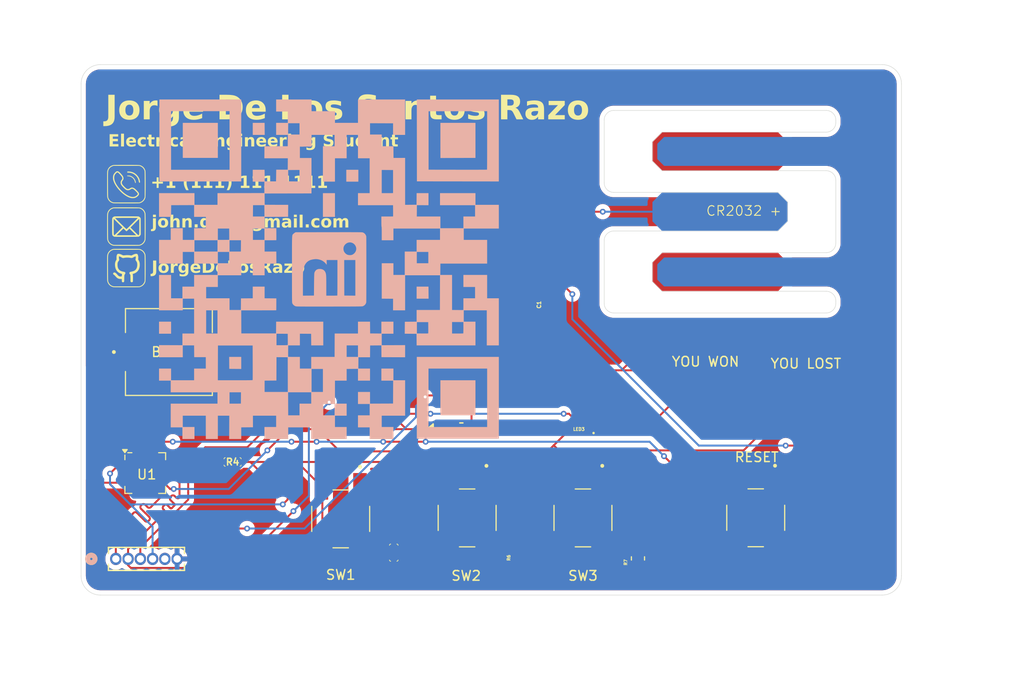
<source format=kicad_pcb>
(kicad_pcb (version 20241229) (generator "pcbnew") (generator_version "9.0")
  (layers (0 "F.Cu" signal) (2 "B.Cu" signal) (13 "F.Paste" user) (15 "B.Paste" user) (5 "F.SilkS" user "F.Silkscreen") (7 "B.SilkS" user "B.Silkscreen") (1 "F.Mask" user) (3 "B.Mask" user) (25 "Edge.Cuts" user))
  (net 0 "")
  (net 1 "+3V0")
  (net 2 "GND")
  (net 3 "/PB4")
  (net 4 "/PB3")
  (net 5 "/PB2")
  (net 6 "/PB0")
  (net 7 "/PB1")
  (net 8 "Net-(LED1-K)")
  (net 9 "Net-(LED1-A)")
  (net 10 "Net-(LED2-A)")
  (net 11 "Net-(R5-Pad2)")
  (net 12 "Net-(R6-Pad2)")
  (net 13 "Net-(R7-Pad2)")
  (net 14 "Net-(R8-Pad2)")
  (net 15 "/RESET")
  (footprint "BUSINESS_CARD:YELLOW_LED_.LTST-C190KSKT" (layer "F.Cu") (at 116.4 87.8 180)
    (property "Reference" "LED3" (at -0.176 0 0) (layer "F.SilkS") (effects (font (size 0.320426 0.320426))))
    (property "Value" "YELLOW_LED")
    (pad "1" smd rect (at -0.75 0 180) (size 0.8 0.8) (layers "F.Cu" "F.Mask" "F.Paste") (net 9 "Net-(LED1-A)"))
    (pad "2" smd rect (at 0.75 0 180) (size 0.8 0.8) (layers "F.Cu" "F.Mask" "F.Paste") (net 8 "Net-(LED1-K)"))
  )
  (footprint "BUSINESS_CARD:piezo_buzzer" (layer "F.Cu") (at 74.1 79.8)
    (property "Reference" "BZ1" (at -0.3511 0 0) (layer "F.SilkS"))
    (property "Value" "Buzzer")
    (pad "1" smd rect (at -4.35 0) (size 1.3 3.4) (layers "F.Cu" "F.Mask" "F.Paste") (net 3 "/PB4"))
    (pad "2" smd rect (at 4.35 0) (size 1.3 3.4) (layers "F.Cu" "F.Mask" "F.Paste") (net 2 "GND"))
  )
  (footprint "LOGO" (layer "F.Cu") (at 69.7 66.8)
    (property "Reference" "G***" (hide yes))
    (property "Value" "LOGO" (hide yes))
  )
  (footprint "BUSINESS_CARD:SW_B3SN-3012P" (layer "F.Cu") (at 91.9 97.1 -90)
    (property "Reference" "SW1" (at 5.8 0 180) (layer "F.SilkS"))
    (property "Value" "B3SN-3012P")
    (pad "1" smd rect (at -3.375 -2 270) (size 2.75 1.4) (layers "F.Cu" "F.Mask" "F.Paste") (net 11 "Net-(R5-Pad2)"))
    (pad "2" smd rect (at 3.375 -2 270) (size 2.75 1.4) (layers "F.Cu" "F.Mask" "F.Paste") (net 11 "Net-(R5-Pad2)"))
    (pad "3" smd rect (at -3.375 2 270) (size 2.75 1.4) (layers "F.Cu" "F.Mask" "F.Paste") (net 4 "/PB3"))
    (pad "4" smd rect (at 3.375 2 270) (size 2.75 1.4) (layers "F.Cu" "F.Mask" "F.Paste") (net 4 "/PB3"))
  )
  (footprint "BUSINESS_CARD:R_0222" (layer "F.Cu") (at 122.7 101.2 90)
    (property "Reference" "R7" (at -0.41 -1.27 90) (layer "F.SilkS") (effects (font (size 0.315431 0.315431) (thickness 0.078858))))
    (property "Value" "2.2k")
    (pad "1" smd rect (at -0.955 0 90) (size 0.92 1.38) (layers "F.Cu" "F.Mask" "F.Paste") (net 2 "GND"))
    (pad "2" smd rect (at 0.955 0 90) (size 0.92 1.38) (layers "F.Cu" "F.Mask" "F.Paste") (net 13 "Net-(R7-Pad2)"))
  )
  (footprint "LOGO" (layer "F.Cu") (at 69.7 62.4)
    (property "Reference" "G***" (hide yes))
    (property "Value" "LOGO" (hide yes))
  )
  (footprint "BUSINESS_CARD:C_104" (layer "F.Cu") (at 84.7 93.8 -90)
    (property "Reference" "C2" (hide yes))
    (property "Value" "0.1uF")
    (pad "1" smd roundrect (at -0.432 0 270) (size 0.54 0.6) (layers "F.Cu" "F.Mask" "F.Paste") (roundrect_rratio 0.125) (net 4 "/PB3"))
    (pad "2" smd roundrect (at 0.432 0 270) (size 0.54 0.6) (layers "F.Cu" "F.Mask" "F.Paste") (roundrect_rratio 0.125) (net 2 "GND"))
  )
  (footprint "BUSINESS_CARD:R_0103" (layer "F.Cu") (at 80.7 91.2 90)
    (property "Reference" "R4" (at 0 0 180) (layer "F.SilkS") (effects (font (size 0.70134 0.70134))))
    (property "Value" "10k")
    (pad "1" smd roundrect (at 0 -0.4445 90) (size 0.635 0.635) (layers "F.Cu" "F.Mask" "F.Paste") (net 1 "+3V0"))
    (pad "2" smd roundrect (at 0 0.4445 90) (size 0.635 0.635) (layers "F.Cu" "F.Mask" "F.Paste") (net 4 "/PB3"))
  )
  (footprint "BUSINESS_CARD:221_R_RESC1005X40N" (layer "F.Cu") (at 87.8 87.8)
    (property "Reference" "R1" (hide yes))
    (property "Value" "220Ω")
    (pad "1" smd roundrect (at -0.43 0) (size 0.54 0.6) (layers "F.Cu" "F.Mask" "F.Paste") (roundrect_rratio 0.125) (net 6 "/PB0"))
    (pad "2" smd roundrect (at 0.43 0) (size 0.54 0.6) (layers "F.Cu" "F.Mask" "F.Paste") (roundrect_rratio 0.125) (net 8 "Net-(LED1-K)"))
  )
  (footprint "Coin_Battery_Holder_CR2032:Coin_Battery_Holder_CR2032" (layer "F.Cu") (at 119.2 75.75)
    (property "Reference" "BT1" (hide yes))
    (property "Value" "Battery_Cell")
    (fp_line (start 0 -20) (end 0 -13.5) (stroke (width 0.05)) (layer "Edge.Cuts"))
    (fp_line (start 0 -7.5) (end 0 -1) (stroke (width 0.05)) (layer "Edge.Cuts"))
    (fp_line (start 1 -21) (end 23 -21) (stroke (width 0.05)) (layer "Edge.Cuts"))
    (fp_line (start 1 -12.5) (end 18 -12.5) (stroke (width 0.05)) (layer "Edge.Cuts"))
    (fp_line (start 1 -8.5) (end 18 -8.5) (stroke (width 0.05)) (layer "Edge.Cuts"))
    (fp_line (start 5 -17.75) (end 6 -18.75) (stroke (width 0.05)) (layer "Edge.Cuts"))
    (fp_line (start 5 -15.75) (end 5 -17.75) (stroke (width 0.05)) (layer "Edge.Cuts"))
    (fp_line (start 5 -15.75) (end 6 -14.75) (stroke (width 0.05)) (layer "Edge.Cuts"))
    (fp_line (start 5 -5.25) (end 6 -6.25) (stroke (width 0.05)) (layer "Edge.Cuts"))
    (fp_line (start 5 -3.25) (end 5 -5.25) (stroke (width 0.05)) (layer "Edge.Cuts"))
    (fp_line (start 5 -3.25) (end 6 -2.25) (stroke (width 0.05)) (layer "Edge.Cuts"))
    (fp_line (start 19 -11.5) (end 18 -12.5) (stroke (width 0.05)) (layer "Edge.Cuts"))
    (fp_line (start 19 -9.5) (end 18 -8.5) (stroke (width 0.05)) (layer "Edge.Cuts"))
    (fp_line (start 19 -9.5) (end 19 -11.5) (stroke (width 0.05)) (layer "Edge.Cuts"))
    (fp_line (start 23 -18.75) (end 6 -18.75) (stroke (width 0.05)) (layer "Edge.Cuts"))
    (fp_line (start 23 -14.75) (end 6 -14.75) (stroke (width 0.05)) (layer "Edge.Cuts"))
    (fp_line (start 23 -6.25) (end 6 -6.25) (stroke (width 0.05)) (layer "Edge.Cuts"))
    (fp_line (start 23 -2.25) (end 6 -2.25) (stroke (width 0.05)) (layer "Edge.Cuts"))
    (fp_line (start 23 0) (end 1 0) (stroke (width 0.05)) (layer "Edge.Cuts"))
    (fp_line (start 24 -20) (end 24 -19.75) (stroke (width 0.05)) (layer "Edge.Cuts"))
    (fp_line (start 24 -13.75) (end 24 -7.25) (stroke (width 0.05)) (layer "Edge.Cuts"))
    (fp_line (start 24 -1.25) (end 24 -1) (stroke (width 0.05)) (layer "Edge.Cuts"))
    (fp_arc (start 0 -20) (mid 0.292893 -20.707107) (end 1 -21) (stroke (width 0.05)) (layer "Edge.Cuts"))
    (fp_arc (start 0 -7.5) (mid 0.292893 -8.207107) (end 1 -8.5) (stroke (width 0.05)) (layer "Edge.Cuts"))
    (fp_arc (start 1 -12.5) (mid 0.292893 -12.792893) (end 0 -13.5) (stroke (width 0.05)) (layer "Edge.Cuts"))
    (fp_arc (start 1 0) (mid 0.292893 -0.292893) (end 0 -1) (stroke (width 0.05)) (layer "Edge.Cuts"))
    (fp_arc (start 23 -21) (mid 23.707107 -20.707107) (end 24 -20) (stroke (width 0.05)) (layer "Edge.Cuts"))
    (fp_arc (start 23 -14.75) (mid 23.707107 -14.457107) (end 24 -13.75) (stroke (width 0.05)) (layer "Edge.Cuts"))
    (fp_arc (start 23 -2.25) (mid 23.707107 -1.957107) (end 24 -1.25) (stroke (width 0.05)) (layer "Edge.Cuts"))
    (fp_arc (start 24 -19.75) (mid 23.707107 -19.042893) (end 23 -18.75) (stroke (width 0.05)) (layer "Edge.Cuts"))
    (fp_arc (start 24 -7.25) (mid 23.707107 -6.542893) (end 23 -6.25) (stroke (width 0.05)) (layer "Edge.Cuts"))
    (fp_arc (start 24 -1) (mid 23.707107 -0.292893) (end 23 0) (stroke (width 0.05)) (layer "Edge.Cuts"))
    (fp_text user "CR2032 +" (at 10.5 -10 0) (layer "F.SilkS") (effects (font (thickness 0.1)) (justify left bottom)))
    (pad "1" smd roundrect (at 12 -10.5) (size 14 4) (layers "B.Cu" "B.Mask" "B.Paste") (roundrect_rratio 0) (chamfer_ratio 0.25) (chamfer top_left top_right bottom_left bottom_right) (net 1 "+3V0"))
    (pad "2" smd roundrect (at 12 -16.75) (size 14 4) (layers "F.Cu" "F.Mask" "F.Paste") (roundrect_rratio 0) (chamfer_ratio 0.25) (chamfer top_left top_right bottom_left bottom_right) (net 2 "GND"))
    (pad "2" smd roundrect (at 12 -4.25) (size 14 4) (layers "F.Cu" "F.Mask" "F.Paste") (roundrect_rratio 0) (chamfer_ratio 0.25) (chamfer top_left top_right bottom_left bottom_right) (net 2 "GND"))
  )
  (footprint "BUSINESS_CARD:SW_B3SN-3012P" (layer "F.Cu") (at 105 97 -90)
    (property "Reference" "SW2" (at 6 0.1 180) (layer "F.SilkS"))
    (property "Value" "B3SN-3012P")
    (pad "1" smd rect (at -3.375 -2 270) (size 2.75 1.4) (layers "F.Cu" "F.Mask" "F.Paste") (net 12 "Net-(R6-Pad2)"))
    (pad "2" smd rect (at 3.375 -2 270) (size 2.75 1.4) (layers "F.Cu" "F.Mask" "F.Paste") (net 12 "Net-(R6-Pad2)"))
    (pad "3" smd rect (at -3.375 2 270) (size 2.75 1.4) (layers "F.Cu" "F.Mask" "F.Paste") (net 4 "/PB3"))
    (pad "4" smd rect (at 3.375 2 270) (size 2.75 1.4) (layers "F.Cu" "F.Mask" "F.Paste") (net 4 "/PB3"))
  )
  (footprint "BUSINESS_CARD:C_106" (layer "F.Cu") (at 111.5 74.9 -90)
    (property "Reference" "C1" (at 0 -0.95 90) (layer "F.SilkS") (effects (font (size 0.393701 0.393701))))
    (property "Value" "10uF")
    (pad "1" smd roundrect (at -0.439 0 270) (size 0.64 0.72) (layers "F.Cu" "F.Mask" "F.Paste") (roundrect_rratio 0.125) (net 1 "+3V0"))
    (pad "2" smd roundrect (at 0.439 0 270) (size 0.64 0.72) (layers "F.Cu" "F.Mask" "F.Paste") (roundrect_rratio 0.125) (net 2 "GND"))
  )
  (footprint "BUSINESS_CARD:221_R_RESC1005X40N" (layer "F.Cu") (at 103.3 84.3)
    (property "Reference" "R3" (hide yes))
    (property "Value" "220Ω")
    (pad "1" smd roundrect (at -0.43 0) (size 0.54 0.6) (layers "F.Cu" "F.Mask" "F.Paste") (roundrect_rratio 0.125) (net 5 "/PB2"))
    (pad "2" smd roundrect (at 0.43 0) (size 0.54 0.6) (layers "F.Cu" "F.Mask" "F.Paste") (roundrect_rratio 0.125) (net 10 "Net-(LED2-A)"))
  )
  (footprint "BUSINESS_CARD:221_R_RESC1005X40N" (layer "F.Cu") (at 67.2 90.1 180)
    (property "Reference" "R9" (hide yes))
    (property "Value" "220")
    (pad "1" smd roundrect (at -0.43 0 180) (size 0.54 0.6) (layers "F.Cu" "F.Mask" "F.Paste") (roundrect_rratio 0.125) (net 15 "/RESET"))
    (pad "2" smd roundrect (at 0.43 0 180) (size 0.54 0.6) (layers "F.Cu" "F.Mask" "F.Paste") (roundrect_rratio 0.125) (net 2 "GND"))
  )
  (footprint "BUSINESS_CARD:SW_B3SN-3012P" (layer "F.Cu") (at 134.9 96.9875 -90)
    (property "Reference" "RESET" (at -6.2875 -0.1 180) (layer "F.SilkS"))
    (property "Value" "B3SN-3012P")
    (pad "1" smd rect (at -3.375 -2 270) (size 2.75 1.4) (layers "F.Cu" "F.Mask" "F.Paste") (net 14 "Net-(R8-Pad2)"))
    (pad "2" smd rect (at 3.375 -2 270) (size 2.75 1.4) (layers "F.Cu" "F.Mask" "F.Paste") (net 14 "Net-(R8-Pad2)"))
    (pad "3" smd rect (at -3.375 2 270) (size 2.75 1.4) (layers "F.Cu" "F.Mask" "F.Paste") (net 15 "/RESET"))
    (pad "4" smd rect (at 3.375 2 270) (size 2.75 1.4) (layers "F.Cu" "F.Mask" "F.Paste") (net 15 "/RESET"))
  )
  (footprint "LOGO" (layer "F.Cu") (at 69.7 71.1)
    (property "Reference" "G***" (hide yes))
    (property "Value" "LOGO" (hide yes))
  )
  (footprint "BUSINESS_CARD:SMD_RED_LTST-S270KRKT" (layer "F.Cu") (at 129.7 82.5 180)
    (property "Reference" "YOU WON" (at 0 1.7 0) (layer "F.SilkS") (effects (font (size 1.001748 1.001748))))
    (property "Value" "WON_LED" (hide yes))
    (pad "1" smd rect (at -0.85 0 180) (size 1.1 1) (layers "F.Cu" "F.Mask" "F.Paste") (net 10 "Net-(LED2-A)"))
    (pad "2" smd rect (at 0.85 0 180) (size 1.1 1) (layers "F.Cu" "F.Mask" "F.Paste") (net 9 "Net-(LED1-A)"))
  )
  (footprint "BUSINESS_CARD:conn_01x06" (layer "F.Cu") (at 68.6 101.25)
    (property "Reference" "J2" (hide yes))
    (property "Value" "Conn_01x06")
    (pad "1" thru_hole oval (at 0 0) (size 1.1684 1.27) (drill 0.762) (layers "*.Cu" "*.Mask") (net 6 "/PB0"))
    (pad "2" thru_hole oval (at 1.27 0) (size 1.1684 1.27) (drill 0.762) (layers "*.Cu" "*.Mask") (net 7 "/PB1"))
    (pad "3" thru_hole oval (at 2.54 0) (size 1.1684 1.27) (drill 0.762) (layers "*.Cu" "*.Mask") (net 5 "/PB2"))
    (pad "4" thru_hole oval (at 3.81 0) (size 1.1684 1.27) (drill 0.762) (layers "*.Cu" "*.Mask") (net 4 "/PB3"))
    (pad "5" thru_hole oval (at 5.08 0) (size 1.1684 1.27) (drill 0.762) (layers "*.Cu" "*.Mask"))
    (pad "6" thru_hole oval (at 6.35 0) (size 1.1684 1.27) (drill 0.762) (layers "*.Cu" "*.Mask") (net 2 "GND"))
  )
  (footprint "BUSINESS_CARD:SW_B3SN-3012P" (layer "F.Cu") (at 117 97 -90)
    (property "Reference" "SW3" (at 6 0 180) (layer "F.SilkS"))
    (property "Value" "B3SN-3012P")
    (pad "1" smd rect (at -3.375 -2 270) (size 2.75 1.4) (layers "F.Cu" "F.Mask" "F.Paste") (net 13 "Net-(R7-Pad2)"))
    (pad "2" smd rect (at 3.375 -2 270) (size 2.75 1.4) (layers "F.Cu" "F.Mask" "F.Paste") (net 13 "Net-(R7-Pad2)"))
    (pad "3" smd rect (at -3.375 2 270) (size 2.75 1.4) (layers "F.Cu" "F.Mask" "F.Paste") (net 4 "/PB3"))
    (pad "4" smd rect (at 3.375 2 270) (size 2.75 1.4) (layers "F.Cu" "F.Mask" "F.Paste") (net 4 "/PB3"))
  )
  (footprint "BUSINESS_CARD:R_0472" (layer "F.Cu") (at 110.2 100.9 90)
    (property "Reference" "R6" (at -0.235355 -0.886324 90) (layer "F.SilkS") (effects (font (size 0.315431 0.315431))))
    (property "Value" "4.7k")
    (pad "1" smd rect (at -0.65 0 90) (size 0.7 0.9) (layers "F.Cu" "F.Mask" "F.Paste") (net 2 "GND"))
    (pad "2" smd rect (at 0.65 0 90) (size 0.7 0.9) (layers "F.Cu" "F.Mask" "F.Paste") (net 12 "Net-(R6-Pad2)"))
  )
  (footprint "BUSINESS_CARD:SMD_RED_LTST-S270KRKT" (layer "F.Cu") (at 140.3 82.5)
    (property "Reference" "YOU LOST" (at -0.2 -1.5 0) (layer "F.SilkS") (effects (font (size 1.001748 1.001748))))
    (property "Value" "LOST_LED" (hide yes))
    (pad "1" smd rect (at -0.85 0) (size 1.1 1) (layers "F.Cu" "F.Mask" "F.Paste") (net 10 "Net-(LED2-A)"))
    (pad "2" smd rect (at 0.85 0) (size 1.1 1) (layers "F.Cu" "F.Mask" "F.Paste") (net 8 "Net-(LED1-K)"))
  )
  (footprint "BUSINESS_CARD:221_R_RESC1005X40N" (layer "F.Cu") (at 96.47 84.3)
    (property "Reference" "R2" (hide yes))
    (property "Value" "220Ω")
    (pad "1" smd roundrect (at -0.43 0) (size 0.54 0.6) (layers "F.Cu" "F.Mask" "F.Paste") (roundrect_rratio 0.125) (net 7 "/PB1"))
    (pad "2" smd roundrect (at 0.43 0) (size 0.54 0.6) (layers "F.Cu" "F.Mask" "F.Paste") (roundrect_rratio 0.125) (net 9 "Net-(LED1-A)"))
  )
  (footprint "BUSINESS_CARD:SMD_RED_LTST-S270KRKT" (layer "F.Cu") (at 91.9 87.8)
    (property "Reference" "LED1" (hide yes))
    (property "Value" "RED_LED")
    (pad "1" smd rect (at -0.85 0) (size 1.1 1) (layers "F.Cu" "F.Mask" "F.Paste") (net 8 "Net-(LED1-K)"))
    (pad "2" smd rect (at 0.85 0) (size 1.1 1) (layers "F.Cu" "F.Mask" "F.Paste") (net 9 "Net-(LED1-A)"))
  )
  (footprint "BUSINESS_CARD:221_R_RESC1005X40N" (layer "F.Cu") (at 142.1 93.4 -90)
    (property "Reference" "R8" (hide yes))
    (property "Value" "220Ω")
    (pad "1" smd roundrect (at -0.43 0 270) (size 0.54 0.6) (layers "F.Cu" "F.Mask" "F.Paste") (roundrect_rratio 0.125) (net 1 "+3V0"))
    (pad "2" smd roundrect (at 0.43 0 270) (size 0.54 0.6) (layers "F.Cu" "F.Mask" "F.Paste") (roundrect_rratio 0.125) (net 14 "Net-(R8-Pad2)"))
  )
  (footprint "Package_DFN_QFN:QFN-20-1EP_4x4mm_P0.5mm_EP2.6x2.6mm" (layer "F.Cu") (at 71.65 92.35)
    (property "Reference" "U1" (at 0.15 0.15 0) (layer "F.SilkS"))
    (property "Value" "ATtiny85-20M")
    (pad "1" smd roundrect (at -1.925 -1) (size 0.85 0.25) (layers "F.Cu" "F.Mask" "F.Paste") (net 15 "/RESET"))
    (pad "2" smd roundrect (at -1.925 -0.5) (size 0.85 0.25) (layers "F.Cu" "F.Mask" "F.Paste") (net 4 "/PB3"))
    (pad "3" smd roundrect (at -1.925001 0) (size 0.85 0.25) (layers "F.Cu" "F.Mask" "F.Paste"))
    (pad "4" smd roundrect (at -1.925 0.5) (size 0.85 0.25) (layers "F.Cu" "F.Mask" "F.Paste"))
    (pad "5" smd roundrect (at -1.925 1) (size 0.85 0.25) (layers "F.Cu" "F.Mask" "F.Paste") (net 3 "/PB4"))
    (pad "6" smd roundrect (at -1 1.925) (size 0.25 0.85) (layers "F.Cu" "F.Mask" "F.Paste"))
    (pad "7" smd roundrect (at -0.5 1.925) (size 0.25 0.85) (layers "F.Cu" "F.Mask" "F.Paste"))
    (pad "8" smd roundrect (at 0 1.925001) (size 0.25 0.85) (layers "F.Cu" "F.Mask" "F.Paste") (net 2 "GND"))
    (pad "9" smd roundrect (at 0.5 1.925) (size 0.25 0.85) (layers "F.Cu" "F.Mask" "F.Paste"))
    (pad "10" smd roundrect (at 1 1.925) (size 0.25 0.85) (layers "F.Cu" "F.Mask" "F.Paste"))
    (pad "11" smd roundrect (at 1.925 1) (size 0.85 0.25) (layers "F.Cu" "F.Mask" "F.Paste") (net 6 "/PB0"))
    (pad "12" smd roundrect (at 1.925 0.5) (size 0.85 0.25) (layers "F.Cu" "F.Mask" "F.Paste") (net 7 "/PB1"))
    (pad "13" smd roundrect (at 1.925001 0) (size 0.85 0.25) (layers "F.Cu" "F.Mask" "F.Paste"))
    (pad "14" smd roundrect (at 1.925 -0.5) (size 0.85 0.25) (layers "F.Cu" "F.Mask" "F.Paste") (net 5 "/PB2"))
    (pad "15" smd roundrect (at 1.925 -1) (size 0.85 0.25) (layers "F.Cu" "F.Mask" "F.Paste") (net 1 "+3V0"))
    (pad "16" smd roundrect (at 1 -1.925) (size 0.25 0.85) (layers "F.Cu" "F.Mask" "F.Paste"))
    (pad "17" smd roundrect (at 0.5 -1.925) (size 0.25 0.85) (layers "F.Cu" "F.Mask" "F.Paste"))
    (pad "18" smd roundrect (at 0 -1.925001) (size 0.25 0.85) (layers "F.Cu" "F.Mask" "F.Paste"))
    (pad "19" smd roundrect (at -0.5 -1.925) (size 0.25 0.85) (layers "F.Cu" "F.Mask" "F.Paste"))
    (pad "20" smd roundrect (at -1 -1.925) (size 0.25 0.85) (layers "F.Cu" "F.Mask" "F.Paste"))
    (pad "21" smd rect (at 0 0) (size 2.6 2.6) (property pad_prop_heatsink) (layers "F.Cu" "F.Mask") (net 2 "GND"))
  )
  (footprint "BUSINESS_CARD:R_0103" (layer "F.Cu") (at 97.4 100.6 180)
    (property "Reference" "R5" (hide yes))
    (property "Value" "10k")
    (pad "1" smd roundrect (at 0 -0.4445 180) (size 0.635 0.635) (layers "F.Cu" "F.Mask" "F.Paste") (net 2 "GND"))
    (pad "2" smd roundrect (at 0 0.4445 180) (size 0.635 0.635) (layers "F.Cu" "F.Mask" "F.Paste") (net 11 "Net-(R5-Pad2)"))
  )
  (footprint "BUSINESS_CARD:SMD__GREEN_LTST-C170GKT_LTO" (layer "F.Cu") (at 104.4 87.9)
    (property "Reference" "LED2" (hide yes))
    (property "Value" "GREEN_LED")
    (pad "1" smd rect (at -1.0541 0) (size 1.1938 1.1938) (layers "F.Cu" "F.Mask" "F.Paste") (net 9 "Net-(LED1-A)"))
    (pad "2" smd rect (at 1.0541 0) (size 1.1938 1.1938) (layers "F.Cu" "F.Mask" "F.Paste") (net 10 "Net-(LED2-A)"))
    (zone (net 0) (net_name "") (layer "F.Cu") (connect_pads (clearance 0)) (min_thickness 0.254)
      (keepout (tracks not_allowed) (vias not_allowed) (pads allowed) (copperpour not_allowed) (footprints allowed))
      (fill (thermal_gap 0.508) (thermal_bridge_width 0.508))
      (polygon (pts (xy 103.9936 87.3285) (xy 104.8064 87.3285) (xy 104.8064 88.4715) (xy 103.9936 88.4715)))
    )
  )
  (footprint "LOGO" (layer "B.Cu") (at 90.7 71.2 180)
    (property "Reference" "G***" (hide yes))
    (property "Value" "LOGO" (hide yes))
  )
  (gr_line (start 148 105) (end 67 105) (stroke (width 0.05)) (layer "Edge.Cuts"))
  (gr_arc (start 65 52) (mid 65.585786 50.585786) (end 67 50) (stroke (width 0.05)) (layer "Edge.Cuts"))
  (gr_line (start 67 50) (end 148 50) (stroke (width 0.05)) (layer "Edge.Cuts"))
  (gr_arc (start 67 105) (mid 65.585786 104.414214) (end 65 103) (stroke (width 0.05)) (layer "Edge.Cuts"))
  (gr_arc (start 148 50) (mid 149.414214 50.585786) (end 150 52) (stroke (width 0.05)) (layer "Edge.Cuts"))
  (gr_arc (start 150 103) (mid 149.414214 104.414214) (end 148 105) (stroke (width 0.05)) (layer "Edge.Cuts"))
  (gr_line (start 65 103) (end 65 52) (stroke (width 0.05)) (layer "Edge.Cuts"))
  (gr_line (start 150 52) (end 150 103) (stroke (width 0.05)) (layer "Edge.Cuts"))
  (gr_text "Jorge De Los Santos Razo" (at 67.5 56.1 0) (layer "F.SilkS") (effects (font (size 2.5 2.5) (thickness 0.25) (bold yes)) (justify left bottom)))
  (gr_text "JorgeDeLosRazo" (at 72.3 71.8 0) (layer "F.SilkS") (effects (font (size 1.25 1.25) (thickness 0.25) (bold yes)) (justify left bottom)))
  (gr_text "john.doe@gmail.com" (at 72.3 67.1 0) (layer "F.SilkS") (effects (font (size 1.25 1.25) (thickness 0.25) (bold yes)) (justify left bottom)))
  (gr_text "Electrical Engineering Student\n" (at 67.8 58.7 0) (layer "F.SilkS") (effects (font (size 1.25 1.25) (thickness 0.25) (bold yes)) (justify left bottom)))
  (gr_text "+1 (111) 111-1111" (at 72.2 63 0) (layer "F.SilkS") (effects (font (size 1.25 1.25) (thickness 0.25) (bold yes)) (justify left bottom)))
  (segment (start 110.339 73.061) (end 112.15 71.25) (width 0.2) (layer "F.Cu") (net 1))
  (segment (start 109.6 75.2) (end 110.339 74.461) (width 0.2) (layer "F.Cu") (net 1))
  (segment (start 109.6 77.4) (end 109.6 75.2) (width 0.2) (layer "F.Cu") (net 1))
  (segment (start 110.339 74.461) (end 110.339 73.061) (width 0.2) (layer "F.Cu") (net 1))
  (segment (start 115.9 73.8) (end 113.35 71.25) (width 0.2) (layer "F.Cu") (net 1))
  (segment (start 112.15 71.25) (end 118.15 65.25) (width 0.2) (layer "F.Cu") (net 1))
  (segment (start 110.339 74.461) (end 111.5 74.461) (width 0.2) (layer "F.Cu") (net 1))
  (segment (start 79.4 91.2) (end 77.875 89.675) (width 0.2) (layer "F.Cu") (net 1))
  (segment (start 105.8 81.2) (end 109.6 77.4) (width 0.2) (layer "F.Cu") (net 1))
  (segment (start 90.7 81.2) (end 82.225 89.675) (width 0.2) (layer "F.Cu") (net 1))
  (segment (start 80.2555 91.2) (end 79.4 91.2) (width 0.2) (layer "F.Cu") (net 1))
  (segment (start 140.8 89.5) (end 142.1 90.8) (width 0.2) (layer "F.Cu") (net 1))
  (segment (start 82.225 89.675) (end 77.875 89.675) (width 0.2) (layer "F.Cu") (net 1))
  (segment (start 142.1 90.8) (end 142.1 92.97) (width 0.2) (layer "F.Cu") (net 1))
  (segment (start 113.35 71.25) (end 112.15 71.25) (width 0.2) (layer "F.Cu") (net 1))
  (segment (start 105.8 81.2) (end 90.7 81.2) (width 0.2) (layer "F.Cu") (net 1))
  (segment (start 73.575 91.35) (end 76.2 91.35) (width 0.2) (layer "F.Cu") (net 1))
  (segment (start 77.875 89.675) (end 76.2 91.35) (width 0.2) (layer "F.Cu") (net 1))
  (segment (start 138 89.5) (end 140.8 89.5) (width 0.2) (layer "F.Cu") (net 1))
  (segment (start 118.15 65.25) (end 119.05 65.25) (width 0.2) (layer "F.Cu") (net 1))
  (segment (start 80.1055 91.35) (end 80.2555 91.2) (width 0.2) (layer "F.Cu") (net 1))
  (via (at 115.9 73.8) (size 0.6) (drill 0.3) (layers "F.Cu" "B.Cu") (net 1))
  (via (at 119.05 65.25) (size 0.6) (drill 0.3) (layers "F.Cu" "B.Cu") (net 1))
  (via (at 138 89.5) (size 0.6) (drill 0.3) (layers "F.Cu" "B.Cu") (net 1))
  (segment (start 115.9 76.4) (end 115.9 73.8) (width 0.2) (layer "B.Cu") (net 1))
  (segment (start 129 89.5) (end 115.9 76.4) (width 0.2) (layer "B.Cu") (net 1))
  (segment (start 138 89.5) (end 129 89.5) (width 0.2) (layer "B.Cu") (net 1))
  (segment (start 131.2 65.25) (end 119.05 65.25) (width 0.2) (layer "B.Cu") (net 1))
  (segment (start 66.95 93.35) (end 69.725 93.35) (width 0.2) (layer "F.Cu") (net 3))
  (segment (start 69.75 79.8) (end 68.1 79.8) (width 0.2) (layer "F.Cu") (net 3))
  (segment (start 65.7 82.2) (end 65.7 92.1) (width 0.2) (layer "F.Cu") (net 3))
  (segment (start 68.1 79.8) (end 65.7 82.2) (width 0.2) (layer "F.Cu") (net 3))
  (segment (start 65.7 92.1) (end 66.95 93.35) (width 0.2) (layer "F.Cu") (net 3))
  (segment (start 85.4 91.2) (end 87.375 91.2) (width 0.2) (layer "F.Cu") (net 4))
  (segment (start 86.4 94.9) (end 86.4 95.1) (width 0.2) (layer "F.Cu") (net 4))
  (segment (start 68.55 91.85) (end 68 92.4) (width 0.2) (layer "F.Cu") (net 4))
  (segment (start 87.375 91.2) (end 100.575 91.2) (width 0.2) (layer "F.Cu") (net 4))
  (segment (start 81.1445 91.2) (end 82.532 91.2) (width 0.2) (layer "F.Cu") (net 4))
  (segment (start 87.375 91.2) (end 89.9 93.725) (width 0.2) (layer "F.Cu") (net 4))
  (segment (start 112.575 91.2) (end 115 93.625) (width 0.2) (layer "F.Cu") (net 4))
  (segment (start 103 93.625) (end 103 100.375) (width 0.2) (layer "F.Cu") (net 4))
  (segment (start 82.532 91.2) (end 84.7 93.368) (width 0.2) (layer "F.Cu") (net 4))
  (segment (start 86.4 92.2) (end 86.4 94.9) (width 0.2) (layer "F.Cu") (net 4))
  (segment (start 86.4 95.1) (end 85.9 95.6) (width 0.2) (layer "F.Cu") (net 4))
  (segment (start 89.743 93.368) (end 90 93.625) (width 0.2) (layer "F.Cu") (net 4))
  (segment (start 100.575 91.2) (end 112.575 91.2) (width 0.2) (layer "F.Cu") (net 4))
  (segment (start 115 93.625) (end 115 100.375) (width 0.2) (layer "F.Cu") (net 4))
  (segment (start 82.532 91.2) (end 85.4 91.2) (width 0.2) (layer "F.Cu") (net 4))
  (segment (start 100.575 91.2) (end 103 93.625) (width 0.2) (layer "F.Cu") (net 4))
  (segment (start 85.4 91.2) (end 86.4 92.2) (width 0.2) (layer "F.Cu") (net 4))
  (segment (start 90 93.625) (end 90 100.375) (width 0.2) (layer "F.Cu") (net 4))
  (segment (start 69.725 91.85) (end 68.55 91.85) (width 0.2) (layer "F.Cu") (net 4))
  (via (at 68 92.4) (size 0.6) (drill 0.3) (layers "F.Cu" "B.Cu") (net 4))
  (via (at 85.9 95.6) (size 0.6) (drill 0.3) (layers "F.Cu" "B.Cu") (net 4))
  (segment (start 72.41 97.91) (end 72.41 101.25) (width 0.2) (layer "B.Cu") (net 4))
  (segment (start 70.1 95.6) (end 68.55 94.05) (width 0.2) (layer "B.Cu") (net 4))
  (segment (start 68 93.5) (end 68 92.4) (width 0.2) (layer "B.Cu") (net 4))
  (segment (start 85.9 95.6) (end 70.1 95.6) (width 0.2) (layer "B.Cu") (net 4))
  (segment (start 68 93.5) (end 72.41 97.91) (width 0.2) (layer "B.Cu") (net 4))
  (segment (start 68.55 94.05) (end 68 93.5) (width 0.2) (layer "B.Cu") (net 4))
  (segment (start 75.285073 92.326982) (end 75.336322 92.275734) (width 0.2) (layer "F.Cu") (net 5))
  (segment (start 75.760588 92.7) (end 75.709338 92.751247) (width 0.2) (layer "F.Cu") (net 5))
  (segment (start 75.00421 96.19579) (end 71.14 100.06) (width 0.2) (layer "F.Cu") (net 5))
  (segment (start 75.336322 91.936322) (end 75.251471 91.851471) (width 0.2) (layer "F.Cu") (net 5))
  (segment (start 71.14 100.06) (end 71.14 101.25) (width 0.2) (layer "F.Cu") (net 5))
  (segment (start 82.2 98.1) (end 76.90842 98.1) (width 0.2) (layer "F.Cu") (net 5))
  (segment (start 76.1 92.720896) (end 76.1 92.7) (width 0.2) (layer "F.Cu") (net 5))
  (segment (start 102.87 84.3) (end 100.8 84.3) (width 0.2) (layer "F.Cu") (net 5))
  (segment (start 76.1 94.354118) (end 76.1 95.1) (width 0.2) (layer "F.Cu") (net 5))
  (segment (start 75.25 91.85) (end 74.725998 91.85) (width 0.2) (layer "F.Cu") (net 5))
  (segment (start 76.1 95.1) (end 75.00421 96.19579) (width 0.2) (layer "F.Cu") (net 5))
  (segment (start 74.725998 91.85) (end 73.575 91.85) (width 0.2) (layer "F.Cu") (net 5))
  (segment (start 76.1 93.370896) (end 76.1 92.720896) (width 0.2) (layer "F.Cu") (net 5))
  (segment (start 100.8 84.3) (end 100.65 84.45) (width 0.2) (layer "F.Cu") (net 5))
  (segment (start 76.90842 98.1) (end 75.00421 96.19579) (width 0.2) (layer "F.Cu") (net 5))
  (segment (start 100.65 84.45) (end 100.6 84.5) (width 0.2) (layer "F.Cu") (net 5))
  (segment (start 75.369926 92.751247) (end 75.285073 92.666394) (width 0.2) (layer "F.Cu") (net 5))
  (segment (start 76.1 94.354118) (end 76.1 93.370896) (width 0.2) (layer "F.Cu") (net 5))
  (segment (start 75.251471 91.851471) (end 75.25 91.85) (width 0.2) (layer "F.Cu") (net 5))
  (via (at 82.2 98.1) (size 0.6) (drill 0.3) (layers "F.Cu" "B.Cu") (net 5))
  (via (at 100.65 84.45) (size 0.6) (drill 0.3) (layers "F.Cu" "B.Cu") (net 5))
  (arc (start 75.285073 92.666394) (mid 75.214779 92.496689) (end 75.285073 92.326982) (width 0.2) (layer "F.Cu") (net 5))
  (arc (start 76.1 92.7) (mid 75.930293 92.629704) (end 75.760588 92.7) (width 0.2) (layer "F.Cu") (net 5))
  (arc (start 75.709338 92.751247) (mid 75.539633 92.821543) (end 75.369926 92.751247) (width 0.2) (layer "F.Cu") (net 5))
  (arc (start 75.336322 92.275734) (mid 75.406616 92.106027) (end 75.336322 91.936322) (width 0.2) (layer "F.Cu") (net 5))
  (segment (start 99.7 86.549943) (end 88.149943 98.1) (width 0.2) (layer "B.Cu") (net 5))
  (segment (start 99.7 85.4) (end 99.7 86.549943) (width 0.2) (layer "B.Cu") (net 5))
  (segment (start 88.149943 98.1) (end 82.2 98.1) (width 0.2) (layer "B.Cu") (net 5))
  (segment (start 100.65 84.45) (end 99.7 85.4) (width 0.2) (layer "B.Cu") (net 5))
  (segment (start 74.6 94) (end 74.225 94) (width 0.2) (layer "F.Cu") (net 6))
  (segment (start 71.209837 96.051374) (end 71.464128 96.305665) (width 0.2) (layer "F.Cu") (net 6))
  (segment (start 72.057849 97.238799) (end 71.972998 97.323651) (width 0.2) (layer "F.Cu") (net 6))
  (segment (start 71.633835 96.475372) (end 72.05785 96.899387) (width 0.2) (layer "F.Cu") (net 6))
  (segment (start 73.575 94.534207) (end 72.227805 95.881402) (width 0.2) (layer "F.Cu") (net 6))
  (segment (start 71.888393 95.881402) (end 71.634101 95.62711) (width 0.2) (layer "F.Cu") (net 6))
  (segment (start 71.209572 96.899637) (end 71.039865 96.72993) (width 0.2) (layer "F.Cu") (net 6))
  (segment (start 68.6 99.509207) (end 68.6 101.25) (width 0.2) (layer "F.Cu") (net 6))
  (segment (start 74.225 94) (end 73.575 93.35) (width 0.2) (layer "F.Cu") (net 6))
  (segment (start 71.29469 95.62711) (end 71.209837 95.711962) (width 0.2) (layer "F.Cu") (net 6))
  (segment (start 70.3613 96.899894) (end 70.615599 97.154193) (width 0.2) (layer "F.Cu") (net 6))
  (segment (start 87.37 87.8) (end 86.5 87.8) (width 0.2) (layer "F.Cu") (net 6))
  (segment (start 70.446154 96.47563) (end 70.3613 96.560483) (width 0.2) (layer "F.Cu") (net 6))
  (segment (start 86.5 87.8) (end 84.3 90) (width 0.2) (layer "F.Cu") (net 6))
  (segment (start 71.464128 96.305665) (end 71.633835 96.475372) (width 0.2) (layer "F.Cu") (net 6))
  (segment (start 70.615599 97.493604) (end 70.530747 97.578459) (width 0.2) (layer "F.Cu") (net 6))
  (segment (start 73.575 93.35) (end 73.575 94.534207) (width 0.2) (layer "F.Cu") (net 6))
  (segment (start 70.530747 97.578459) (end 69.371843 98.737364) (width 0.2) (layer "F.Cu") (net 6))
  (segment (start 71.039865 96.72993) (end 70.785565 96.47563) (width 0.2) (layer "F.Cu") (net 6))
  (segment (start 69.371843 98.737364) (end 68.6 99.509207) (width 0.2) (layer "F.Cu") (net 6))
  (segment (start 71.633586 97.323651) (end 71.209572 96.899637) (width 0.2) (layer "F.Cu") (net 6))
  (via (at 84.3 90) (size 0.6) (drill 0.3) (layers "F.Cu" "B.Cu") (net 6))
  (via (at 74.6 94) (size 0.6) (drill 0.3) (layers "F.Cu" "B.Cu") (net 6))
  (arc (start 70.785565 96.47563) (mid 70.61586 96.405335) (end 70.446154 96.47563) (width 0.2) (layer "F.Cu") (net 6))
  (arc (start 71.634101 95.62711) (mid 71.464396 95.556815) (end 71.29469 95.62711) (width 0.2) (layer "F.Cu") (net 6))
  (arc (start 72.227805 95.881402) (mid 72.058099 95.951697) (end 71.888393 95.881402) (width 0.2) (layer "F.Cu") (net 6))
  (arc (start 71.972998 97.323651) (mid 71.803291 97.393947) (end 71.633586 97.323651) (width 0.2) (layer "F.Cu") (net 6))
  (arc (start 72.05785 96.899387) (mid 72.128145 97.069092) (end 72.057849 97.238799) (width 0.2) (layer "F.Cu") (net 6))
  (arc (start 70.3613 96.560483) (mid 70.291006 96.730188) (end 70.3613 96.899894) (width 0.2) (layer "F.Cu") (net 6))
  (arc (start 70.615599 97.154193) (mid 70.685893 97.323899) (end 70.615599 97.493604) (width 0.2) (layer "F.Cu") (net 6))
  (arc (start 71.209837 95.711962) (mid 71.139542 95.881668) (end 71.209837 96.051374) (width 0.2) (layer "F.Cu") (net 6))
  (segment (start 80.3 94) (end 74.6 94) (width 0.2) (layer "B.Cu") (net 6))
  (segment (start 84.3 90) (end 80.3 94) (width 0.2) (layer "B.Cu") (net 6))
  (segment (start 74.60603 95.49397) (end 74.676741 95.564681) (width 0.2) (layer "F.Cu") (net 7))
  (segment (start 73.575 92.85) (end 74.5 92.85) (width 0.2) (layer "F.Cu") (net 7))
  (segment (start 91.4 84.3) (end 90.7 85) (width 0.2) (layer "F.Cu") (net 7))
  (segment (start 74.860588 94.9) (end 74.689436 94.728848) (width 0.2) (layer "F.Cu") (net 7))
  (segment (start 69.87 100.23) (end 69.87 101.25) (width 0.2) (layer "F.Cu") (net 7))
  (segment (start 73.50294 96.597059) (end 72.534326 97.565674) (width 0.2) (layer "F.Cu") (net 7))
  (segment (start 70.154 102.186) (end 69.87 101.902) (width 0.2) (layer "F.Cu") (net 7))
  (segment (start 74.5 92.85) (end 74.65 92.85) (width 0.2) (layer "F.Cu") (net 7))
  (segment (start 73.61476 95.690643) (end 73.529906 95.775496) (width 0.2) (layer "F.Cu") (net 7))
  (segment (start 69.87 101.902) (end 69.87 101.25) (width 0.2) (layer "F.Cu") (net 7))
  (segment (start 74.181764 95.918239) (end 74.181764 95.918236) (width 0.2) (layer "F.Cu") (net 7))
  (segment (start 87 96.3) (end 81.114 102.186) (width 0.2) (layer "F.Cu") (net 7))
  (segment (start 81.114 102.186) (end 70.154 102.186) (width 0.2) (layer "F.Cu") (net 7))
  (segment (start 74.436323 95.324263) (end 74.60603 95.49397) (width 0.2) (layer "F.Cu") (net 7))
  (segment (start 73.529906 96.114907) (end 73.587792 96.172793) (width 0.2) (layer "F.Cu") (net 7))
  (segment (start 73.587792 96.512204) (end 73.50294 96.597059) (width 0.2) (layer "F.Cu") (net 7))
  (segment (start 75.2 94.734295) (end 75.2 94.9) (width 0.2) (layer "F.Cu") (net 7))
  (segment (start 74.252474 95.988949) (end 74.181764 95.918239) (width 0.2) (layer "F.Cu") (net 7))
  (segment (start 96.04 84.3) (end 91.4 84.3) (width 0.2) (layer "F.Cu") (net 7))
  (segment (start 74.012058 95.74853) (end 73.954171 95.690643) (width 0.2) (layer "F.Cu") (net 7))
  (segment (start 74.265172 95.153112) (end 74.436323 95.324263) (width 0.2) (layer "F.Cu") (net 7))
  (segment (start 72.534326 97.565674) (end 69.87 100.23) (width 0.2) (layer "F.Cu") (net 7))
  (segment (start 74.181764 95.918236) (end 74.012058 95.74853) (width 0.2) (layer "F.Cu") (net 7))
  (segment (start 74.350025 94.728848) (end 74.265172 94.8137) (width 0.2) (layer "F.Cu") (net 7))
  (segment (start 75.2 93.4) (end 75.2 94.734295) (width 0.2) (layer "F.Cu") (net 7))
  (segment (start 74.65 92.85) (end 75.2 93.4) (width 0.2) (layer "F.Cu") (net 7))
  (segment (start 74.676741 95.706103) (end 74.393896 95.988949) (width 0.2) (layer "F.Cu") (net 7))
  (via (at 87 96.3) (size 0.6) (drill 0.3) (layers "F.Cu" "B.Cu") (net 7))
  (via (at 90.7 85) (size 0.6) (drill 0.3) (layers "F.Cu" "B.Cu") (net 7))
  (arc (start 75.2 94.9) (mid 75.030294 94.970295) (end 74.860588 94.9) (width 0.2) (layer "F.Cu") (net 7))
  (arc (start 74.676741 95.564681) (mid 74.70603 95.635392) (end 74.676741 95.706103) (width 0.2) (layer "F.Cu") (net 7))
  (arc (start 73.529906 95.775496) (mid 73.459612 95.945201) (end 73.529906 96.114907) (width 0.2) (layer "F.Cu") (net 7))
  (arc (start 74.393896 95.988949) (mid 74.323185 96.018238) (end 74.252474 95.988949) (width 0.2) (layer "F.Cu") (net 7))
  (arc (start 74.265172 94.8137) (mid 74.194877 94.983406) (end 74.265172 95.153112) (width 0.2) (layer "F.Cu") (net 7))
  (arc (start 73.954171 95.690643) (mid 73.784466 95.620348) (end 73.61476 95.690643) (width 0.2) (layer "F.Cu") (net 7))
  (arc (start 73.587792 96.172793) (mid 73.658086 96.342499) (end 73.587792 96.512204) (width 0.2) (layer "F.Cu") (net 7))
  (arc (start 74.689436 94.728848) (mid 74.519731 94.658553) (end 74.350025 94.728848) (width 0.2) (layer "F.Cu") (net 7))
  (segment (start 90.7 85) (end 88.8 86.9) (width 0.2) (layer "B.Cu") (net 7))
  (segment (start 88.6 86.9) (end 88.6 94.7) (width 0.2) (layer "B.Cu") (net 7))
  (segment (start 88.8 86.9) (end 88.6 86.9) (width 0.2) (layer "B.Cu") (net 7))
  (segment (start 88.6 94.7) (end 87 96.3) (width 0.2) (layer "B.Cu") (net 7))
  (segment (start 89.5 87.8) (end 91.8 90.1) (width 0.2) (layer "F.Cu") (net 8))
  (segment (start 113.35 90.1) (end 113.975 89.475) (width 0.2) (layer "F.Cu") (net 8))
  (segment (start 89.5 87.8) (end 91.05 87.8) (width 0.2) (layer "F.Cu") (net 8))
  (segment (start 133.651 89.999) (end 114.499 89.999) (width 0.2) (layer "F.Cu") (net 8))
  (segment (start 88.23 87.8) (end 89.5 87.8) (width 0.2) (layer "F.Cu") (net 8))
  (segment (start 141.15 82.5) (end 133.651 89.999) (width 0.2) (layer "F.Cu") (net 8))
  (segment (start 114.499 89.999) (end 113.975 89.475) (width 0.2) (layer "F.Cu") (net 8))
  (segment (start 91.8 90.1) (end 113.35 90.1) (width 0.2) (layer "F.Cu") (net 8))
  (segment (start 113.975 89.475) (end 115.65 87.8) (width 0.2) (layer "F.Cu") (net 8))
  (segment (start 115 86.2) (end 115.55 86.2) (width 0.2) (layer "F.Cu") (net 9))
  (segment (start 98.7 87.8) (end 103.2459 87.8) (width 0.2) (layer "F.Cu") (net 9))
  (segment (start 92.75 87.8) (end 98.7 87.8) (width 0.2) (layer "F.Cu") (net 9))
  (segment (start 98.05 87.15) (end 99 86.2) (width 0.2) (layer "F.Cu") (net 9))
  (segment (start 115.55 86.2) (end 117.15 87.8) (width 0.2) (layer "F.Cu") (net 9))
  (segment (start 123.55 87.8) (end 128.85 82.5) (width 0.2) (layer "F.Cu") (net 9))
  (segment (start 96.9 86) (end 96.9 84.3) (width 0.2) (layer "F.Cu") (net 9))
  (segment (start 117.15 87.8) (end 123.55 87.8) (width 0.2) (layer "F.Cu") (net 9))
  (segment (start 103.2459 87.8) (end 103.3459 87.9) (width 0.2) (layer "F.Cu") (net 9))
  (segment (start 98.7 87.8) (end 98.05 87.15) (width 0.2) (layer "F.Cu") (net 9))
  (segment (start 99 86.2) (end 101.2 86.2) (width 0.2) (layer "F.Cu") (net 9))
  (segment (start 98.05 87.15) (end 96.9 86) (width 0.2) (layer "F.Cu") (net 9))
  (via (at 101.2 86.2) (size 0.6) (drill 0.3) (layers "F.Cu" "B.Cu") (net 9))
  (via (at 115 86.2) (size 0.6) (drill 0.3) (layers "F.Cu" "B.Cu") (net 9))
  (segment (start 101.2 86.2) (end 115 86.2) (width 0.2) (layer "B.Cu") (net 9))
  (segment (start 129.749 81.699) (end 126.6 81.699) (width 0.2) (layer "F.Cu") (net 10))
  (segment (start 109.001 81.699) (end 105.065 85.635) (width 0.2) (layer "F.Cu") (net 10))
  (segment (start 139.45 82.5) (end 136.3 82.5) (width 0.2) (layer "F.Cu") (net 10))
  (segment (start 136.3 82.5) (end 132.8 79) (width 0.2) (layer "F.Cu") (net 10))
  (segment (start 126.6 81.699) (end 121 81.699) (width 0.2) (layer "F.Cu") (net 10))
  (segment (start 123.699 79) (end 121 81.699) (width 0.2) (layer "F.Cu") (net 10))
  (segment (start 132.8 79) (end 123.699 79) (width 0.2) (layer "F.Cu") (net 10))
  (segment (start 105.4541 87.9) (end 105.4541 86.0241) (width 0.2) (layer "F.Cu") (net 10))
  (segment (start 105.065 85.635) (end 103.73 84.3) (width 0.2) (layer "F.Cu") (net 10))
  (segment (start 105.4541 86.0241) (end 105.065 85.635) (width 0.2) (layer "F.Cu") (net 10))
  (segment (start 121 81.699) (end 109.001 81.699) (width 0.2) (layer "F.Cu") (net 10))
  (segment (start 130.55 82.5) (end 129.749 81.699) (width 0.2) (layer "F.Cu") (net 10))
  (segment (start 94.2195 100.1555) (end 97.4 100.1555) (width 0.2) (layer "F.Cu") (net 11))
  (segment (start 93.9 100.475) (end 94.2195 100.1555) (width 0.2) (layer "F.Cu") (net 11))
  (segment (start 94 100.375) (end 94 93.625) (width 0.2) (layer "F.Cu") (net 11))
  (segment (start 110.075 100.375) (end 110.2 100.25) (width 0.2) (layer "F.Cu") (net 12))
  (segment (start 107 100.375) (end 110.075 100.375) (width 0.2) (layer "F.Cu") (net 12))
  (segment (start 107 93.625) (end 107 100.375) (width 0.2) (layer "F.Cu") (net 12))
  (segment (start 119 100.375) (end 122.57 100.375) (width 0.2) (layer "F.Cu") (net 13))
  (segment (start 119 93.625) (end 119 100.375) (width 0.2) (layer "F.Cu") (net 13))
  (segment (start 122.57 100.375) (end 122.7 100.245) (width 0.2) (layer "F.Cu") (net 13))
  (segment (start 136.9 93.6125) (end 136.9 100.3625) (width 0.2) (layer "F.Cu") (net 14))
  (segment (start 141.8825 93.6125) (end 142.1 93.83) (width 0.2) (layer "F.Cu") (net 14))
  (segment (start 136.9 93.6125) (end 141.8825 93.6125) (width 0.2) (layer "F.Cu") (net 14))
  (segment (start 128.4125 93.6125) (end 132.9 93.6125) (width 0.2) (layer "F.Cu") (net 15))
  (segment (start 132.9 93.6125) (end 132.9 100.3625) (width 0.2) (layer "F.Cu") (net 15))
  (segment (start 125.4 90.6) (end 128.4125 93.6125) (width 0.2) (layer "F.Cu") (net 15))
  (segment (start 69.725 91.35) (end 68.88 91.35) (width 0.2) (layer "F.Cu") (net 15))
  (segment (start 96.3 89.1) (end 100.7 89.1) (width 0.2) (layer "F.Cu") (net 15))
  (segment (start 86.8 89.1) (end 89.4 89.1) (width 0.2) (layer "F.Cu") (net 15))
  (segment (start 69.8 89.1) (end 74.5 89.1) (width 0.2) (layer "F.Cu") (net 15))
  (segment (start 68.215 90.685) (end 69.8 89.1) (width 0.2) (layer "F.Cu") (net 15))
  (segment (start 68.215 90.685) (end 67.63 90.1) (width 0.2) (layer "F.Cu") (net 15))
  (segment (start 68.88 91.35) (end 68.215 90.685) (width 0.2) (layer "F.Cu") (net 15))
  (via (at 74.5 89.1) (size 0.6) (drill 0.3) (layers "F.Cu" "B.Cu") (net 15))
  (via (at 86.8 89.1) (size 0.6) (drill 0.3) (layers "F.Cu" "B.Cu") (net 15))
  (via (at 125.4 90.6) (size 0.6) (drill 0.3) (layers "F.Cu" "B.Cu") (net 15))
  (via (at 89.4 89.1) (size 0.6) (drill 0.3) (layers "F.Cu" "B.Cu") (net 15))
  (via (at 96.3 89.1) (size 0.6) (drill 0.3) (layers "F.Cu" "B.Cu") (net 15))
  (via (at 100.7 89.1) (size 0.6) (drill 0.3) (layers "F.Cu" "B.Cu") (net 15))
  (segment (start 100.7 89.1) (end 123.9 89.1) (width 0.2) (layer "B.Cu") (net 15))
  (segment (start 89.4 89.1) (end 96.3 89.1) (width 0.2) (layer "B.Cu") (net 15))
  (segment (start 123.9 89.1) (end 125.4 90.6) (width 0.2) (layer "B.Cu") (net 15))
  (segment (start 74.5 89.1) (end 86.8 89.1) (width 0.2) (layer "B.Cu") (net 15))
  (zone (net 2) (net_name "GND") (layer "F.Cu") (connect_pads (clearance 0.5)) (min_thickness 0.25) (fill yes (thermal_gap 0.5) (thermal_bridge_width 0.5))
    (polygon (pts (xy 58.9 48.4) (xy 60.3 109.2) (xy 156.8 109.5) (xy 156.4 46.1)))
  )
  (zone (net 2) (net_name "GND") (layer "B.Cu") (priority 1) (connect_pads (clearance 0.5)) (min_thickness 0.25) (fill yes (thermal_gap 0.5) (thermal_bridge_width 0.5))
    (polygon (pts (xy 57.3 47.8) (xy 56.6 113.1) (xy 162.2 112.1) (xy 162.7 43.3) (xy 57.2 45.1)))
  )
)
</source>
